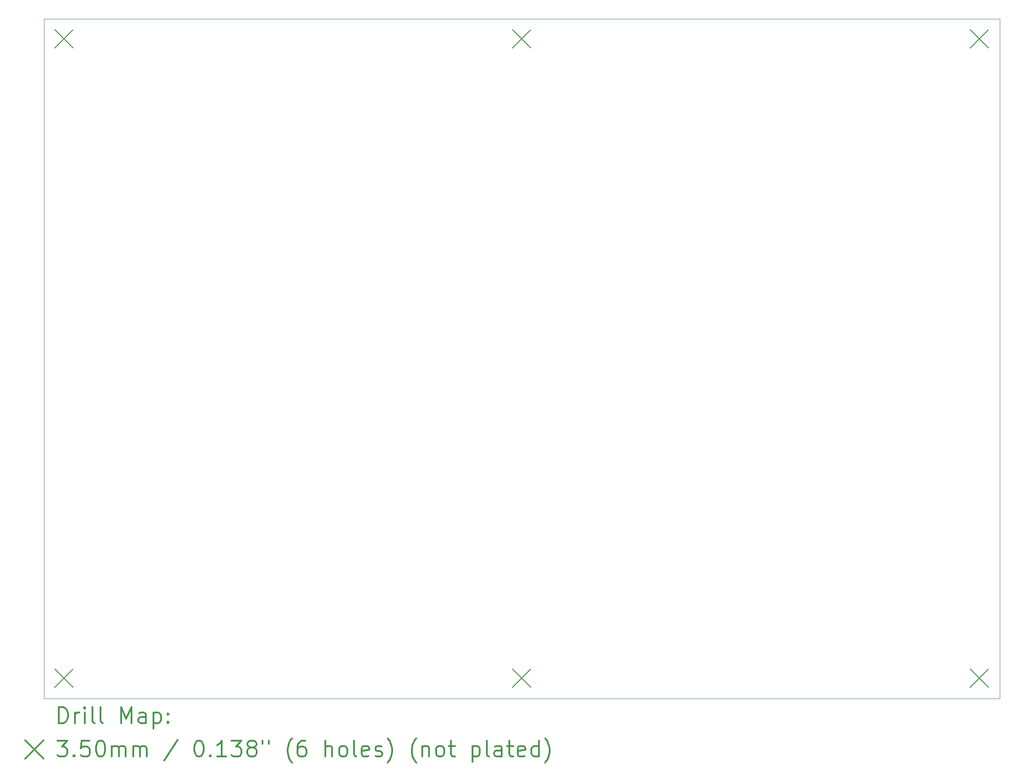
<source format=gbr>
%FSLAX45Y45*%
G04 Gerber Fmt 4.5, Leading zero omitted, Abs format (unit mm)*
G04 Created by KiCad (PCBNEW 5.1.5-1.fc31) date 2020-04-24 19:34:01*
%MOMM*%
%LPD*%
G04 APERTURE LIST*
%TA.AperFunction,Profile*%
%ADD10C,0.050000*%
%TD*%
%ADD11C,0.200000*%
%ADD12C,0.300000*%
G04 APERTURE END LIST*
D10*
X24130000Y-14986000D02*
X6096000Y-14986000D01*
X24130000Y-2159000D02*
X24130000Y-14986000D01*
X6096000Y-2159000D02*
X24130000Y-2159000D01*
X6096000Y-14986000D02*
X6096000Y-2159000D01*
D11*
X23574000Y-14430000D02*
X23924000Y-14780000D01*
X23924000Y-14430000D02*
X23574000Y-14780000D01*
X14938000Y-14430000D02*
X15288000Y-14780000D01*
X15288000Y-14430000D02*
X14938000Y-14780000D01*
X23574000Y-2365000D02*
X23924000Y-2715000D01*
X23924000Y-2365000D02*
X23574000Y-2715000D01*
X6302000Y-2365000D02*
X6652000Y-2715000D01*
X6652000Y-2365000D02*
X6302000Y-2715000D01*
X6302000Y-14430000D02*
X6652000Y-14780000D01*
X6652000Y-14430000D02*
X6302000Y-14780000D01*
X14938000Y-2365000D02*
X15288000Y-2715000D01*
X15288000Y-2365000D02*
X14938000Y-2715000D01*
D12*
X6379928Y-15454214D02*
X6379928Y-15154214D01*
X6451357Y-15154214D01*
X6494214Y-15168500D01*
X6522786Y-15197071D01*
X6537071Y-15225643D01*
X6551357Y-15282786D01*
X6551357Y-15325643D01*
X6537071Y-15382786D01*
X6522786Y-15411357D01*
X6494214Y-15439929D01*
X6451357Y-15454214D01*
X6379928Y-15454214D01*
X6679928Y-15454214D02*
X6679928Y-15254214D01*
X6679928Y-15311357D02*
X6694214Y-15282786D01*
X6708500Y-15268500D01*
X6737071Y-15254214D01*
X6765643Y-15254214D01*
X6865643Y-15454214D02*
X6865643Y-15254214D01*
X6865643Y-15154214D02*
X6851357Y-15168500D01*
X6865643Y-15182786D01*
X6879928Y-15168500D01*
X6865643Y-15154214D01*
X6865643Y-15182786D01*
X7051357Y-15454214D02*
X7022786Y-15439929D01*
X7008500Y-15411357D01*
X7008500Y-15154214D01*
X7208500Y-15454214D02*
X7179928Y-15439929D01*
X7165643Y-15411357D01*
X7165643Y-15154214D01*
X7551357Y-15454214D02*
X7551357Y-15154214D01*
X7651357Y-15368500D01*
X7751357Y-15154214D01*
X7751357Y-15454214D01*
X8022786Y-15454214D02*
X8022786Y-15297071D01*
X8008500Y-15268500D01*
X7979928Y-15254214D01*
X7922786Y-15254214D01*
X7894214Y-15268500D01*
X8022786Y-15439929D02*
X7994214Y-15454214D01*
X7922786Y-15454214D01*
X7894214Y-15439929D01*
X7879928Y-15411357D01*
X7879928Y-15382786D01*
X7894214Y-15354214D01*
X7922786Y-15339929D01*
X7994214Y-15339929D01*
X8022786Y-15325643D01*
X8165643Y-15254214D02*
X8165643Y-15554214D01*
X8165643Y-15268500D02*
X8194214Y-15254214D01*
X8251357Y-15254214D01*
X8279928Y-15268500D01*
X8294214Y-15282786D01*
X8308500Y-15311357D01*
X8308500Y-15397071D01*
X8294214Y-15425643D01*
X8279928Y-15439929D01*
X8251357Y-15454214D01*
X8194214Y-15454214D01*
X8165643Y-15439929D01*
X8437071Y-15425643D02*
X8451357Y-15439929D01*
X8437071Y-15454214D01*
X8422786Y-15439929D01*
X8437071Y-15425643D01*
X8437071Y-15454214D01*
X8437071Y-15268500D02*
X8451357Y-15282786D01*
X8437071Y-15297071D01*
X8422786Y-15282786D01*
X8437071Y-15268500D01*
X8437071Y-15297071D01*
X5743500Y-15773500D02*
X6093500Y-16123500D01*
X6093500Y-15773500D02*
X5743500Y-16123500D01*
X6351357Y-15784214D02*
X6537071Y-15784214D01*
X6437071Y-15898500D01*
X6479928Y-15898500D01*
X6508500Y-15912786D01*
X6522786Y-15927071D01*
X6537071Y-15955643D01*
X6537071Y-16027071D01*
X6522786Y-16055643D01*
X6508500Y-16069929D01*
X6479928Y-16084214D01*
X6394214Y-16084214D01*
X6365643Y-16069929D01*
X6351357Y-16055643D01*
X6665643Y-16055643D02*
X6679928Y-16069929D01*
X6665643Y-16084214D01*
X6651357Y-16069929D01*
X6665643Y-16055643D01*
X6665643Y-16084214D01*
X6951357Y-15784214D02*
X6808500Y-15784214D01*
X6794214Y-15927071D01*
X6808500Y-15912786D01*
X6837071Y-15898500D01*
X6908500Y-15898500D01*
X6937071Y-15912786D01*
X6951357Y-15927071D01*
X6965643Y-15955643D01*
X6965643Y-16027071D01*
X6951357Y-16055643D01*
X6937071Y-16069929D01*
X6908500Y-16084214D01*
X6837071Y-16084214D01*
X6808500Y-16069929D01*
X6794214Y-16055643D01*
X7151357Y-15784214D02*
X7179928Y-15784214D01*
X7208500Y-15798500D01*
X7222786Y-15812786D01*
X7237071Y-15841357D01*
X7251357Y-15898500D01*
X7251357Y-15969929D01*
X7237071Y-16027071D01*
X7222786Y-16055643D01*
X7208500Y-16069929D01*
X7179928Y-16084214D01*
X7151357Y-16084214D01*
X7122786Y-16069929D01*
X7108500Y-16055643D01*
X7094214Y-16027071D01*
X7079928Y-15969929D01*
X7079928Y-15898500D01*
X7094214Y-15841357D01*
X7108500Y-15812786D01*
X7122786Y-15798500D01*
X7151357Y-15784214D01*
X7379928Y-16084214D02*
X7379928Y-15884214D01*
X7379928Y-15912786D02*
X7394214Y-15898500D01*
X7422786Y-15884214D01*
X7465643Y-15884214D01*
X7494214Y-15898500D01*
X7508500Y-15927071D01*
X7508500Y-16084214D01*
X7508500Y-15927071D02*
X7522786Y-15898500D01*
X7551357Y-15884214D01*
X7594214Y-15884214D01*
X7622786Y-15898500D01*
X7637071Y-15927071D01*
X7637071Y-16084214D01*
X7779928Y-16084214D02*
X7779928Y-15884214D01*
X7779928Y-15912786D02*
X7794214Y-15898500D01*
X7822786Y-15884214D01*
X7865643Y-15884214D01*
X7894214Y-15898500D01*
X7908500Y-15927071D01*
X7908500Y-16084214D01*
X7908500Y-15927071D02*
X7922786Y-15898500D01*
X7951357Y-15884214D01*
X7994214Y-15884214D01*
X8022786Y-15898500D01*
X8037071Y-15927071D01*
X8037071Y-16084214D01*
X8622786Y-15769929D02*
X8365643Y-16155643D01*
X9008500Y-15784214D02*
X9037071Y-15784214D01*
X9065643Y-15798500D01*
X9079928Y-15812786D01*
X9094214Y-15841357D01*
X9108500Y-15898500D01*
X9108500Y-15969929D01*
X9094214Y-16027071D01*
X9079928Y-16055643D01*
X9065643Y-16069929D01*
X9037071Y-16084214D01*
X9008500Y-16084214D01*
X8979928Y-16069929D01*
X8965643Y-16055643D01*
X8951357Y-16027071D01*
X8937071Y-15969929D01*
X8937071Y-15898500D01*
X8951357Y-15841357D01*
X8965643Y-15812786D01*
X8979928Y-15798500D01*
X9008500Y-15784214D01*
X9237071Y-16055643D02*
X9251357Y-16069929D01*
X9237071Y-16084214D01*
X9222786Y-16069929D01*
X9237071Y-16055643D01*
X9237071Y-16084214D01*
X9537071Y-16084214D02*
X9365643Y-16084214D01*
X9451357Y-16084214D02*
X9451357Y-15784214D01*
X9422786Y-15827071D01*
X9394214Y-15855643D01*
X9365643Y-15869929D01*
X9637071Y-15784214D02*
X9822786Y-15784214D01*
X9722786Y-15898500D01*
X9765643Y-15898500D01*
X9794214Y-15912786D01*
X9808500Y-15927071D01*
X9822786Y-15955643D01*
X9822786Y-16027071D01*
X9808500Y-16055643D01*
X9794214Y-16069929D01*
X9765643Y-16084214D01*
X9679928Y-16084214D01*
X9651357Y-16069929D01*
X9637071Y-16055643D01*
X9994214Y-15912786D02*
X9965643Y-15898500D01*
X9951357Y-15884214D01*
X9937071Y-15855643D01*
X9937071Y-15841357D01*
X9951357Y-15812786D01*
X9965643Y-15798500D01*
X9994214Y-15784214D01*
X10051357Y-15784214D01*
X10079928Y-15798500D01*
X10094214Y-15812786D01*
X10108500Y-15841357D01*
X10108500Y-15855643D01*
X10094214Y-15884214D01*
X10079928Y-15898500D01*
X10051357Y-15912786D01*
X9994214Y-15912786D01*
X9965643Y-15927071D01*
X9951357Y-15941357D01*
X9937071Y-15969929D01*
X9937071Y-16027071D01*
X9951357Y-16055643D01*
X9965643Y-16069929D01*
X9994214Y-16084214D01*
X10051357Y-16084214D01*
X10079928Y-16069929D01*
X10094214Y-16055643D01*
X10108500Y-16027071D01*
X10108500Y-15969929D01*
X10094214Y-15941357D01*
X10079928Y-15927071D01*
X10051357Y-15912786D01*
X10222786Y-15784214D02*
X10222786Y-15841357D01*
X10337071Y-15784214D02*
X10337071Y-15841357D01*
X10779928Y-16198500D02*
X10765643Y-16184214D01*
X10737071Y-16141357D01*
X10722786Y-16112786D01*
X10708500Y-16069929D01*
X10694214Y-15998500D01*
X10694214Y-15941357D01*
X10708500Y-15869929D01*
X10722786Y-15827071D01*
X10737071Y-15798500D01*
X10765643Y-15755643D01*
X10779928Y-15741357D01*
X11022786Y-15784214D02*
X10965643Y-15784214D01*
X10937071Y-15798500D01*
X10922786Y-15812786D01*
X10894214Y-15855643D01*
X10879928Y-15912786D01*
X10879928Y-16027071D01*
X10894214Y-16055643D01*
X10908500Y-16069929D01*
X10937071Y-16084214D01*
X10994214Y-16084214D01*
X11022786Y-16069929D01*
X11037071Y-16055643D01*
X11051357Y-16027071D01*
X11051357Y-15955643D01*
X11037071Y-15927071D01*
X11022786Y-15912786D01*
X10994214Y-15898500D01*
X10937071Y-15898500D01*
X10908500Y-15912786D01*
X10894214Y-15927071D01*
X10879928Y-15955643D01*
X11408500Y-16084214D02*
X11408500Y-15784214D01*
X11537071Y-16084214D02*
X11537071Y-15927071D01*
X11522786Y-15898500D01*
X11494214Y-15884214D01*
X11451357Y-15884214D01*
X11422786Y-15898500D01*
X11408500Y-15912786D01*
X11722786Y-16084214D02*
X11694214Y-16069929D01*
X11679928Y-16055643D01*
X11665643Y-16027071D01*
X11665643Y-15941357D01*
X11679928Y-15912786D01*
X11694214Y-15898500D01*
X11722786Y-15884214D01*
X11765643Y-15884214D01*
X11794214Y-15898500D01*
X11808500Y-15912786D01*
X11822786Y-15941357D01*
X11822786Y-16027071D01*
X11808500Y-16055643D01*
X11794214Y-16069929D01*
X11765643Y-16084214D01*
X11722786Y-16084214D01*
X11994214Y-16084214D02*
X11965643Y-16069929D01*
X11951357Y-16041357D01*
X11951357Y-15784214D01*
X12222786Y-16069929D02*
X12194214Y-16084214D01*
X12137071Y-16084214D01*
X12108500Y-16069929D01*
X12094214Y-16041357D01*
X12094214Y-15927071D01*
X12108500Y-15898500D01*
X12137071Y-15884214D01*
X12194214Y-15884214D01*
X12222786Y-15898500D01*
X12237071Y-15927071D01*
X12237071Y-15955643D01*
X12094214Y-15984214D01*
X12351357Y-16069929D02*
X12379928Y-16084214D01*
X12437071Y-16084214D01*
X12465643Y-16069929D01*
X12479928Y-16041357D01*
X12479928Y-16027071D01*
X12465643Y-15998500D01*
X12437071Y-15984214D01*
X12394214Y-15984214D01*
X12365643Y-15969929D01*
X12351357Y-15941357D01*
X12351357Y-15927071D01*
X12365643Y-15898500D01*
X12394214Y-15884214D01*
X12437071Y-15884214D01*
X12465643Y-15898500D01*
X12579928Y-16198500D02*
X12594214Y-16184214D01*
X12622786Y-16141357D01*
X12637071Y-16112786D01*
X12651357Y-16069929D01*
X12665643Y-15998500D01*
X12665643Y-15941357D01*
X12651357Y-15869929D01*
X12637071Y-15827071D01*
X12622786Y-15798500D01*
X12594214Y-15755643D01*
X12579928Y-15741357D01*
X13122786Y-16198500D02*
X13108500Y-16184214D01*
X13079928Y-16141357D01*
X13065643Y-16112786D01*
X13051357Y-16069929D01*
X13037071Y-15998500D01*
X13037071Y-15941357D01*
X13051357Y-15869929D01*
X13065643Y-15827071D01*
X13079928Y-15798500D01*
X13108500Y-15755643D01*
X13122786Y-15741357D01*
X13237071Y-15884214D02*
X13237071Y-16084214D01*
X13237071Y-15912786D02*
X13251357Y-15898500D01*
X13279928Y-15884214D01*
X13322786Y-15884214D01*
X13351357Y-15898500D01*
X13365643Y-15927071D01*
X13365643Y-16084214D01*
X13551357Y-16084214D02*
X13522786Y-16069929D01*
X13508500Y-16055643D01*
X13494214Y-16027071D01*
X13494214Y-15941357D01*
X13508500Y-15912786D01*
X13522786Y-15898500D01*
X13551357Y-15884214D01*
X13594214Y-15884214D01*
X13622786Y-15898500D01*
X13637071Y-15912786D01*
X13651357Y-15941357D01*
X13651357Y-16027071D01*
X13637071Y-16055643D01*
X13622786Y-16069929D01*
X13594214Y-16084214D01*
X13551357Y-16084214D01*
X13737071Y-15884214D02*
X13851357Y-15884214D01*
X13779928Y-15784214D02*
X13779928Y-16041357D01*
X13794214Y-16069929D01*
X13822786Y-16084214D01*
X13851357Y-16084214D01*
X14179928Y-15884214D02*
X14179928Y-16184214D01*
X14179928Y-15898500D02*
X14208500Y-15884214D01*
X14265643Y-15884214D01*
X14294214Y-15898500D01*
X14308500Y-15912786D01*
X14322786Y-15941357D01*
X14322786Y-16027071D01*
X14308500Y-16055643D01*
X14294214Y-16069929D01*
X14265643Y-16084214D01*
X14208500Y-16084214D01*
X14179928Y-16069929D01*
X14494214Y-16084214D02*
X14465643Y-16069929D01*
X14451357Y-16041357D01*
X14451357Y-15784214D01*
X14737071Y-16084214D02*
X14737071Y-15927071D01*
X14722786Y-15898500D01*
X14694214Y-15884214D01*
X14637071Y-15884214D01*
X14608500Y-15898500D01*
X14737071Y-16069929D02*
X14708500Y-16084214D01*
X14637071Y-16084214D01*
X14608500Y-16069929D01*
X14594214Y-16041357D01*
X14594214Y-16012786D01*
X14608500Y-15984214D01*
X14637071Y-15969929D01*
X14708500Y-15969929D01*
X14737071Y-15955643D01*
X14837071Y-15884214D02*
X14951357Y-15884214D01*
X14879928Y-15784214D02*
X14879928Y-16041357D01*
X14894214Y-16069929D01*
X14922786Y-16084214D01*
X14951357Y-16084214D01*
X15165643Y-16069929D02*
X15137071Y-16084214D01*
X15079928Y-16084214D01*
X15051357Y-16069929D01*
X15037071Y-16041357D01*
X15037071Y-15927071D01*
X15051357Y-15898500D01*
X15079928Y-15884214D01*
X15137071Y-15884214D01*
X15165643Y-15898500D01*
X15179928Y-15927071D01*
X15179928Y-15955643D01*
X15037071Y-15984214D01*
X15437071Y-16084214D02*
X15437071Y-15784214D01*
X15437071Y-16069929D02*
X15408500Y-16084214D01*
X15351357Y-16084214D01*
X15322786Y-16069929D01*
X15308500Y-16055643D01*
X15294214Y-16027071D01*
X15294214Y-15941357D01*
X15308500Y-15912786D01*
X15322786Y-15898500D01*
X15351357Y-15884214D01*
X15408500Y-15884214D01*
X15437071Y-15898500D01*
X15551357Y-16198500D02*
X15565643Y-16184214D01*
X15594214Y-16141357D01*
X15608500Y-16112786D01*
X15622786Y-16069929D01*
X15637071Y-15998500D01*
X15637071Y-15941357D01*
X15622786Y-15869929D01*
X15608500Y-15827071D01*
X15594214Y-15798500D01*
X15565643Y-15755643D01*
X15551357Y-15741357D01*
M02*

</source>
